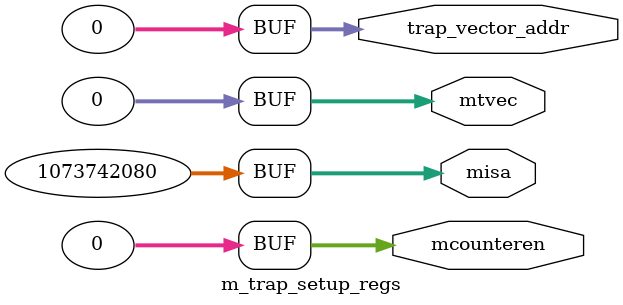
<source format=v>
module m_trap_setup_regs (
    output [31:0] misa,
    output [31:0] mtvec,
    output [31:0] trap_vector_addr,
    output [31:0] mcounteren
);

    // Machine ISA Register
    // [31:30]  : length of instruction, MXL = { 1: 32, 2: 64, 3: 128 }
    // [29:26]  : ??
    // [25:0]   : Extensions
    // [8]      : RV32I/64I/128I base ISA
    // [18]     : Supervisor Mode implemented
    // [20]     : User Model implemented
    //
    // the current implementation doesn't allow software to change the ISA supported,
    // so misa will be a read-only register in this implementation.

    assign misa = { 2'b01, 4'b0, 26'b00_00_00_00_00_00_00_00_01_00_00_00_00 };

    // Machine Trap Vector Register
    // might need to allow setup of mtvec value on boot ...

    // Base Address
    localparam [31:0] trap_vector_base_addr = 32'h0;    // 0000_0000
    // Trap Vector Mode
    // 0    : Direct    : pc = trap_vector_base_addr
    // 1    : Vectored  : pc = trap_vector_base_addr + 4 * cause
    // >= 2 : Reserved
    localparam [1:0] trap_vector_mode = 2'b00;
    // mtvec: { BASE, MODE }
    assign mtvec = { trap_vector_base_addr[31:2], trap_vector_mode };
    assign trap_vector_addr = trap_vector_base_addr;

    // Machine Counter-Enable Register
    // don't allow for the moment
    assign mcounteren = 32'b0;
    
endmodule

</source>
